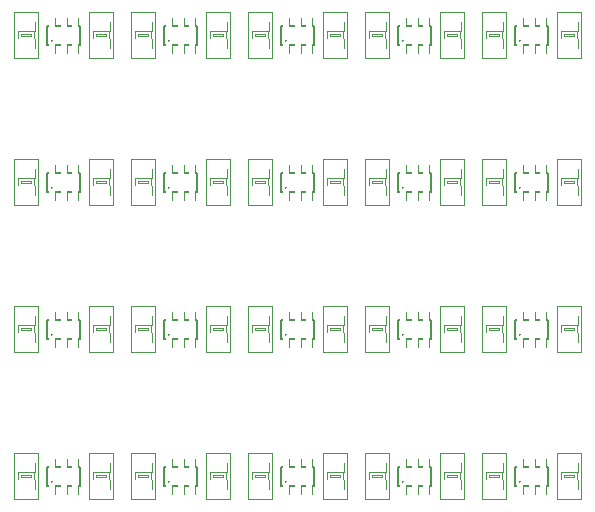
<source format=gto>
G04 (created by PCBNEW (2013-04-28 BZR 4117)-testing) date Mon 29 Apr 2013 06:53:22 PM CEST*
%MOIN*%
G04 Gerber Fmt 3.4, Leading zero omitted, Abs format*
%FSLAX34Y34*%
G01*
G70*
G90*
G04 APERTURE LIST*
%ADD10C,2.3622e-06*%
%ADD11C,0.0026*%
%ADD12C,0.002*%
%ADD13C,0.004*%
%ADD14C,0.006*%
%ADD15C,0.003*%
%ADD16R,0.059X0.0511*%
%ADD17R,0.0216X0.0472*%
%ADD18R,0.0709X0.0709*%
%ADD19C,0.0709*%
G04 APERTURE END LIST*
G54D10*
G54D11*
X28935Y-20729D02*
X28935Y-20434D01*
X28935Y-20434D02*
X28365Y-20434D01*
X28365Y-20729D02*
X28365Y-20434D01*
X28935Y-20729D02*
X28365Y-20729D01*
X28935Y-20160D02*
X28935Y-19865D01*
X28935Y-19865D02*
X28365Y-19865D01*
X28365Y-20160D02*
X28365Y-19865D01*
X28935Y-20160D02*
X28365Y-20160D01*
X28807Y-20339D02*
X28807Y-20261D01*
X28807Y-20261D02*
X28493Y-20261D01*
X28493Y-20339D02*
X28493Y-20261D01*
X28807Y-20339D02*
X28493Y-20339D01*
G54D12*
X28263Y-21076D02*
X28263Y-19524D01*
X29037Y-19524D02*
X29037Y-21076D01*
X29037Y-21076D02*
X28263Y-21076D01*
G54D13*
X28391Y-20450D02*
X28391Y-20150D01*
X28909Y-20440D02*
X28909Y-20150D01*
G54D12*
X28263Y-19524D02*
X29037Y-19524D01*
G54D11*
X31435Y-20729D02*
X31435Y-20434D01*
X31435Y-20434D02*
X30865Y-20434D01*
X30865Y-20729D02*
X30865Y-20434D01*
X31435Y-20729D02*
X30865Y-20729D01*
X31435Y-20160D02*
X31435Y-19865D01*
X31435Y-19865D02*
X30865Y-19865D01*
X30865Y-20160D02*
X30865Y-19865D01*
X31435Y-20160D02*
X30865Y-20160D01*
X31307Y-20339D02*
X31307Y-20261D01*
X31307Y-20261D02*
X30993Y-20261D01*
X30993Y-20339D02*
X30993Y-20261D01*
X31307Y-20339D02*
X30993Y-20339D01*
G54D12*
X30763Y-21076D02*
X30763Y-19524D01*
X31537Y-19524D02*
X31537Y-21076D01*
X31537Y-21076D02*
X30763Y-21076D01*
G54D13*
X30891Y-20450D02*
X30891Y-20150D01*
X31409Y-20440D02*
X31409Y-20150D01*
G54D12*
X30763Y-19524D02*
X31537Y-19524D01*
G54D11*
X29428Y-20890D02*
X29625Y-20890D01*
X29625Y-20890D02*
X29625Y-20634D01*
X29428Y-20634D02*
X29625Y-20634D01*
X29428Y-20890D02*
X29428Y-20634D01*
X29802Y-20890D02*
X29998Y-20890D01*
X29998Y-20890D02*
X29998Y-20634D01*
X29802Y-20634D02*
X29998Y-20634D01*
X29802Y-20890D02*
X29802Y-20634D01*
X30175Y-20890D02*
X30372Y-20890D01*
X30372Y-20890D02*
X30372Y-20634D01*
X30175Y-20634D02*
X30372Y-20634D01*
X30175Y-20890D02*
X30175Y-20634D01*
X30175Y-19966D02*
X30372Y-19966D01*
X30372Y-19966D02*
X30372Y-19710D01*
X30175Y-19710D02*
X30372Y-19710D01*
X30175Y-19966D02*
X30175Y-19710D01*
X29802Y-19966D02*
X29998Y-19966D01*
X29998Y-19966D02*
X29998Y-19710D01*
X29802Y-19710D02*
X29998Y-19710D01*
X29802Y-19966D02*
X29802Y-19710D01*
X29428Y-19966D02*
X29625Y-19966D01*
X29625Y-19966D02*
X29625Y-19710D01*
X29428Y-19710D02*
X29625Y-19710D01*
X29428Y-19966D02*
X29428Y-19710D01*
G54D14*
X30459Y-19982D02*
X30459Y-20618D01*
X30459Y-20618D02*
X29341Y-20618D01*
X29341Y-20618D02*
X29341Y-19982D01*
X29341Y-19982D02*
X30459Y-19982D01*
X29732Y-20618D02*
X29695Y-20618D01*
X30105Y-20618D02*
X30068Y-20618D01*
X29378Y-20618D02*
X29341Y-20618D01*
X30459Y-20618D02*
X30422Y-20618D01*
X30422Y-19982D02*
X30459Y-19982D01*
X29341Y-19982D02*
X29378Y-19982D01*
X30068Y-19982D02*
X30105Y-19982D01*
X29695Y-19982D02*
X29732Y-19982D01*
G54D15*
X29533Y-20477D02*
G75*
G03X29533Y-20477I-26J0D01*
G74*
G01*
G54D11*
X25528Y-20890D02*
X25725Y-20890D01*
X25725Y-20890D02*
X25725Y-20634D01*
X25528Y-20634D02*
X25725Y-20634D01*
X25528Y-20890D02*
X25528Y-20634D01*
X25902Y-20890D02*
X26098Y-20890D01*
X26098Y-20890D02*
X26098Y-20634D01*
X25902Y-20634D02*
X26098Y-20634D01*
X25902Y-20890D02*
X25902Y-20634D01*
X26275Y-20890D02*
X26472Y-20890D01*
X26472Y-20890D02*
X26472Y-20634D01*
X26275Y-20634D02*
X26472Y-20634D01*
X26275Y-20890D02*
X26275Y-20634D01*
X26275Y-19966D02*
X26472Y-19966D01*
X26472Y-19966D02*
X26472Y-19710D01*
X26275Y-19710D02*
X26472Y-19710D01*
X26275Y-19966D02*
X26275Y-19710D01*
X25902Y-19966D02*
X26098Y-19966D01*
X26098Y-19966D02*
X26098Y-19710D01*
X25902Y-19710D02*
X26098Y-19710D01*
X25902Y-19966D02*
X25902Y-19710D01*
X25528Y-19966D02*
X25725Y-19966D01*
X25725Y-19966D02*
X25725Y-19710D01*
X25528Y-19710D02*
X25725Y-19710D01*
X25528Y-19966D02*
X25528Y-19710D01*
G54D14*
X26559Y-19982D02*
X26559Y-20618D01*
X26559Y-20618D02*
X25441Y-20618D01*
X25441Y-20618D02*
X25441Y-19982D01*
X25441Y-19982D02*
X26559Y-19982D01*
X25832Y-20618D02*
X25795Y-20618D01*
X26205Y-20618D02*
X26168Y-20618D01*
X25478Y-20618D02*
X25441Y-20618D01*
X26559Y-20618D02*
X26522Y-20618D01*
X26522Y-19982D02*
X26559Y-19982D01*
X25441Y-19982D02*
X25478Y-19982D01*
X26168Y-19982D02*
X26205Y-19982D01*
X25795Y-19982D02*
X25832Y-19982D01*
G54D15*
X25633Y-20477D02*
G75*
G03X25633Y-20477I-26J0D01*
G74*
G01*
G54D11*
X27535Y-20729D02*
X27535Y-20434D01*
X27535Y-20434D02*
X26965Y-20434D01*
X26965Y-20729D02*
X26965Y-20434D01*
X27535Y-20729D02*
X26965Y-20729D01*
X27535Y-20160D02*
X27535Y-19865D01*
X27535Y-19865D02*
X26965Y-19865D01*
X26965Y-20160D02*
X26965Y-19865D01*
X27535Y-20160D02*
X26965Y-20160D01*
X27407Y-20339D02*
X27407Y-20261D01*
X27407Y-20261D02*
X27093Y-20261D01*
X27093Y-20339D02*
X27093Y-20261D01*
X27407Y-20339D02*
X27093Y-20339D01*
G54D12*
X26863Y-21076D02*
X26863Y-19524D01*
X27637Y-19524D02*
X27637Y-21076D01*
X27637Y-21076D02*
X26863Y-21076D01*
G54D13*
X26991Y-20450D02*
X26991Y-20150D01*
X27509Y-20440D02*
X27509Y-20150D01*
G54D12*
X26863Y-19524D02*
X27637Y-19524D01*
G54D11*
X25035Y-20729D02*
X25035Y-20434D01*
X25035Y-20434D02*
X24465Y-20434D01*
X24465Y-20729D02*
X24465Y-20434D01*
X25035Y-20729D02*
X24465Y-20729D01*
X25035Y-20160D02*
X25035Y-19865D01*
X25035Y-19865D02*
X24465Y-19865D01*
X24465Y-20160D02*
X24465Y-19865D01*
X25035Y-20160D02*
X24465Y-20160D01*
X24907Y-20339D02*
X24907Y-20261D01*
X24907Y-20261D02*
X24593Y-20261D01*
X24593Y-20339D02*
X24593Y-20261D01*
X24907Y-20339D02*
X24593Y-20339D01*
G54D12*
X24363Y-21076D02*
X24363Y-19524D01*
X25137Y-19524D02*
X25137Y-21076D01*
X25137Y-21076D02*
X24363Y-21076D01*
G54D13*
X24491Y-20450D02*
X24491Y-20150D01*
X25009Y-20440D02*
X25009Y-20150D01*
G54D12*
X24363Y-19524D02*
X25137Y-19524D01*
G54D11*
X17235Y-20729D02*
X17235Y-20434D01*
X17235Y-20434D02*
X16665Y-20434D01*
X16665Y-20729D02*
X16665Y-20434D01*
X17235Y-20729D02*
X16665Y-20729D01*
X17235Y-20160D02*
X17235Y-19865D01*
X17235Y-19865D02*
X16665Y-19865D01*
X16665Y-20160D02*
X16665Y-19865D01*
X17235Y-20160D02*
X16665Y-20160D01*
X17107Y-20339D02*
X17107Y-20261D01*
X17107Y-20261D02*
X16793Y-20261D01*
X16793Y-20339D02*
X16793Y-20261D01*
X17107Y-20339D02*
X16793Y-20339D01*
G54D12*
X16563Y-21076D02*
X16563Y-19524D01*
X17337Y-19524D02*
X17337Y-21076D01*
X17337Y-21076D02*
X16563Y-21076D01*
G54D13*
X16691Y-20450D02*
X16691Y-20150D01*
X17209Y-20440D02*
X17209Y-20150D01*
G54D12*
X16563Y-19524D02*
X17337Y-19524D01*
G54D11*
X19735Y-20729D02*
X19735Y-20434D01*
X19735Y-20434D02*
X19165Y-20434D01*
X19165Y-20729D02*
X19165Y-20434D01*
X19735Y-20729D02*
X19165Y-20729D01*
X19735Y-20160D02*
X19735Y-19865D01*
X19735Y-19865D02*
X19165Y-19865D01*
X19165Y-20160D02*
X19165Y-19865D01*
X19735Y-20160D02*
X19165Y-20160D01*
X19607Y-20339D02*
X19607Y-20261D01*
X19607Y-20261D02*
X19293Y-20261D01*
X19293Y-20339D02*
X19293Y-20261D01*
X19607Y-20339D02*
X19293Y-20339D01*
G54D12*
X19063Y-21076D02*
X19063Y-19524D01*
X19837Y-19524D02*
X19837Y-21076D01*
X19837Y-21076D02*
X19063Y-21076D01*
G54D13*
X19191Y-20450D02*
X19191Y-20150D01*
X19709Y-20440D02*
X19709Y-20150D01*
G54D12*
X19063Y-19524D02*
X19837Y-19524D01*
G54D11*
X17728Y-20890D02*
X17925Y-20890D01*
X17925Y-20890D02*
X17925Y-20634D01*
X17728Y-20634D02*
X17925Y-20634D01*
X17728Y-20890D02*
X17728Y-20634D01*
X18102Y-20890D02*
X18298Y-20890D01*
X18298Y-20890D02*
X18298Y-20634D01*
X18102Y-20634D02*
X18298Y-20634D01*
X18102Y-20890D02*
X18102Y-20634D01*
X18475Y-20890D02*
X18672Y-20890D01*
X18672Y-20890D02*
X18672Y-20634D01*
X18475Y-20634D02*
X18672Y-20634D01*
X18475Y-20890D02*
X18475Y-20634D01*
X18475Y-19966D02*
X18672Y-19966D01*
X18672Y-19966D02*
X18672Y-19710D01*
X18475Y-19710D02*
X18672Y-19710D01*
X18475Y-19966D02*
X18475Y-19710D01*
X18102Y-19966D02*
X18298Y-19966D01*
X18298Y-19966D02*
X18298Y-19710D01*
X18102Y-19710D02*
X18298Y-19710D01*
X18102Y-19966D02*
X18102Y-19710D01*
X17728Y-19966D02*
X17925Y-19966D01*
X17925Y-19966D02*
X17925Y-19710D01*
X17728Y-19710D02*
X17925Y-19710D01*
X17728Y-19966D02*
X17728Y-19710D01*
G54D14*
X18759Y-19982D02*
X18759Y-20618D01*
X18759Y-20618D02*
X17641Y-20618D01*
X17641Y-20618D02*
X17641Y-19982D01*
X17641Y-19982D02*
X18759Y-19982D01*
X18032Y-20618D02*
X17995Y-20618D01*
X18405Y-20618D02*
X18368Y-20618D01*
X17678Y-20618D02*
X17641Y-20618D01*
X18759Y-20618D02*
X18722Y-20618D01*
X18722Y-19982D02*
X18759Y-19982D01*
X17641Y-19982D02*
X17678Y-19982D01*
X18368Y-19982D02*
X18405Y-19982D01*
X17995Y-19982D02*
X18032Y-19982D01*
G54D15*
X17833Y-20477D02*
G75*
G03X17833Y-20477I-26J0D01*
G74*
G01*
G54D11*
X21628Y-20890D02*
X21825Y-20890D01*
X21825Y-20890D02*
X21825Y-20634D01*
X21628Y-20634D02*
X21825Y-20634D01*
X21628Y-20890D02*
X21628Y-20634D01*
X22002Y-20890D02*
X22198Y-20890D01*
X22198Y-20890D02*
X22198Y-20634D01*
X22002Y-20634D02*
X22198Y-20634D01*
X22002Y-20890D02*
X22002Y-20634D01*
X22375Y-20890D02*
X22572Y-20890D01*
X22572Y-20890D02*
X22572Y-20634D01*
X22375Y-20634D02*
X22572Y-20634D01*
X22375Y-20890D02*
X22375Y-20634D01*
X22375Y-19966D02*
X22572Y-19966D01*
X22572Y-19966D02*
X22572Y-19710D01*
X22375Y-19710D02*
X22572Y-19710D01*
X22375Y-19966D02*
X22375Y-19710D01*
X22002Y-19966D02*
X22198Y-19966D01*
X22198Y-19966D02*
X22198Y-19710D01*
X22002Y-19710D02*
X22198Y-19710D01*
X22002Y-19966D02*
X22002Y-19710D01*
X21628Y-19966D02*
X21825Y-19966D01*
X21825Y-19966D02*
X21825Y-19710D01*
X21628Y-19710D02*
X21825Y-19710D01*
X21628Y-19966D02*
X21628Y-19710D01*
G54D14*
X22659Y-19982D02*
X22659Y-20618D01*
X22659Y-20618D02*
X21541Y-20618D01*
X21541Y-20618D02*
X21541Y-19982D01*
X21541Y-19982D02*
X22659Y-19982D01*
X21932Y-20618D02*
X21895Y-20618D01*
X22305Y-20618D02*
X22268Y-20618D01*
X21578Y-20618D02*
X21541Y-20618D01*
X22659Y-20618D02*
X22622Y-20618D01*
X22622Y-19982D02*
X22659Y-19982D01*
X21541Y-19982D02*
X21578Y-19982D01*
X22268Y-19982D02*
X22305Y-19982D01*
X21895Y-19982D02*
X21932Y-19982D01*
G54D15*
X21733Y-20477D02*
G75*
G03X21733Y-20477I-26J0D01*
G74*
G01*
G54D11*
X23635Y-20729D02*
X23635Y-20434D01*
X23635Y-20434D02*
X23065Y-20434D01*
X23065Y-20729D02*
X23065Y-20434D01*
X23635Y-20729D02*
X23065Y-20729D01*
X23635Y-20160D02*
X23635Y-19865D01*
X23635Y-19865D02*
X23065Y-19865D01*
X23065Y-20160D02*
X23065Y-19865D01*
X23635Y-20160D02*
X23065Y-20160D01*
X23507Y-20339D02*
X23507Y-20261D01*
X23507Y-20261D02*
X23193Y-20261D01*
X23193Y-20339D02*
X23193Y-20261D01*
X23507Y-20339D02*
X23193Y-20339D01*
G54D12*
X22963Y-21076D02*
X22963Y-19524D01*
X23737Y-19524D02*
X23737Y-21076D01*
X23737Y-21076D02*
X22963Y-21076D01*
G54D13*
X23091Y-20450D02*
X23091Y-20150D01*
X23609Y-20440D02*
X23609Y-20150D01*
G54D12*
X22963Y-19524D02*
X23737Y-19524D01*
G54D11*
X21135Y-20729D02*
X21135Y-20434D01*
X21135Y-20434D02*
X20565Y-20434D01*
X20565Y-20729D02*
X20565Y-20434D01*
X21135Y-20729D02*
X20565Y-20729D01*
X21135Y-20160D02*
X21135Y-19865D01*
X21135Y-19865D02*
X20565Y-19865D01*
X20565Y-20160D02*
X20565Y-19865D01*
X21135Y-20160D02*
X20565Y-20160D01*
X21007Y-20339D02*
X21007Y-20261D01*
X21007Y-20261D02*
X20693Y-20261D01*
X20693Y-20339D02*
X20693Y-20261D01*
X21007Y-20339D02*
X20693Y-20339D01*
G54D12*
X20463Y-21076D02*
X20463Y-19524D01*
X21237Y-19524D02*
X21237Y-21076D01*
X21237Y-21076D02*
X20463Y-21076D01*
G54D13*
X20591Y-20450D02*
X20591Y-20150D01*
X21109Y-20440D02*
X21109Y-20150D01*
G54D12*
X20463Y-19524D02*
X21237Y-19524D01*
G54D11*
X33328Y-20890D02*
X33525Y-20890D01*
X33525Y-20890D02*
X33525Y-20634D01*
X33328Y-20634D02*
X33525Y-20634D01*
X33328Y-20890D02*
X33328Y-20634D01*
X33702Y-20890D02*
X33898Y-20890D01*
X33898Y-20890D02*
X33898Y-20634D01*
X33702Y-20634D02*
X33898Y-20634D01*
X33702Y-20890D02*
X33702Y-20634D01*
X34075Y-20890D02*
X34272Y-20890D01*
X34272Y-20890D02*
X34272Y-20634D01*
X34075Y-20634D02*
X34272Y-20634D01*
X34075Y-20890D02*
X34075Y-20634D01*
X34075Y-19966D02*
X34272Y-19966D01*
X34272Y-19966D02*
X34272Y-19710D01*
X34075Y-19710D02*
X34272Y-19710D01*
X34075Y-19966D02*
X34075Y-19710D01*
X33702Y-19966D02*
X33898Y-19966D01*
X33898Y-19966D02*
X33898Y-19710D01*
X33702Y-19710D02*
X33898Y-19710D01*
X33702Y-19966D02*
X33702Y-19710D01*
X33328Y-19966D02*
X33525Y-19966D01*
X33525Y-19966D02*
X33525Y-19710D01*
X33328Y-19710D02*
X33525Y-19710D01*
X33328Y-19966D02*
X33328Y-19710D01*
G54D14*
X34359Y-19982D02*
X34359Y-20618D01*
X34359Y-20618D02*
X33241Y-20618D01*
X33241Y-20618D02*
X33241Y-19982D01*
X33241Y-19982D02*
X34359Y-19982D01*
X33632Y-20618D02*
X33595Y-20618D01*
X34005Y-20618D02*
X33968Y-20618D01*
X33278Y-20618D02*
X33241Y-20618D01*
X34359Y-20618D02*
X34322Y-20618D01*
X34322Y-19982D02*
X34359Y-19982D01*
X33241Y-19982D02*
X33278Y-19982D01*
X33968Y-19982D02*
X34005Y-19982D01*
X33595Y-19982D02*
X33632Y-19982D01*
G54D15*
X33433Y-20477D02*
G75*
G03X33433Y-20477I-26J0D01*
G74*
G01*
G54D11*
X35335Y-20729D02*
X35335Y-20434D01*
X35335Y-20434D02*
X34765Y-20434D01*
X34765Y-20729D02*
X34765Y-20434D01*
X35335Y-20729D02*
X34765Y-20729D01*
X35335Y-20160D02*
X35335Y-19865D01*
X35335Y-19865D02*
X34765Y-19865D01*
X34765Y-20160D02*
X34765Y-19865D01*
X35335Y-20160D02*
X34765Y-20160D01*
X35207Y-20339D02*
X35207Y-20261D01*
X35207Y-20261D02*
X34893Y-20261D01*
X34893Y-20339D02*
X34893Y-20261D01*
X35207Y-20339D02*
X34893Y-20339D01*
G54D12*
X34663Y-21076D02*
X34663Y-19524D01*
X35437Y-19524D02*
X35437Y-21076D01*
X35437Y-21076D02*
X34663Y-21076D01*
G54D13*
X34791Y-20450D02*
X34791Y-20150D01*
X35309Y-20440D02*
X35309Y-20150D01*
G54D12*
X34663Y-19524D02*
X35437Y-19524D01*
G54D11*
X32835Y-20729D02*
X32835Y-20434D01*
X32835Y-20434D02*
X32265Y-20434D01*
X32265Y-20729D02*
X32265Y-20434D01*
X32835Y-20729D02*
X32265Y-20729D01*
X32835Y-20160D02*
X32835Y-19865D01*
X32835Y-19865D02*
X32265Y-19865D01*
X32265Y-20160D02*
X32265Y-19865D01*
X32835Y-20160D02*
X32265Y-20160D01*
X32707Y-20339D02*
X32707Y-20261D01*
X32707Y-20261D02*
X32393Y-20261D01*
X32393Y-20339D02*
X32393Y-20261D01*
X32707Y-20339D02*
X32393Y-20339D01*
G54D12*
X32163Y-21076D02*
X32163Y-19524D01*
X32937Y-19524D02*
X32937Y-21076D01*
X32937Y-21076D02*
X32163Y-21076D01*
G54D13*
X32291Y-20450D02*
X32291Y-20150D01*
X32809Y-20440D02*
X32809Y-20150D01*
G54D12*
X32163Y-19524D02*
X32937Y-19524D01*
G54D11*
X32835Y-15829D02*
X32835Y-15534D01*
X32835Y-15534D02*
X32265Y-15534D01*
X32265Y-15829D02*
X32265Y-15534D01*
X32835Y-15829D02*
X32265Y-15829D01*
X32835Y-15260D02*
X32835Y-14965D01*
X32835Y-14965D02*
X32265Y-14965D01*
X32265Y-15260D02*
X32265Y-14965D01*
X32835Y-15260D02*
X32265Y-15260D01*
X32707Y-15439D02*
X32707Y-15361D01*
X32707Y-15361D02*
X32393Y-15361D01*
X32393Y-15439D02*
X32393Y-15361D01*
X32707Y-15439D02*
X32393Y-15439D01*
G54D12*
X32163Y-16176D02*
X32163Y-14624D01*
X32937Y-14624D02*
X32937Y-16176D01*
X32937Y-16176D02*
X32163Y-16176D01*
G54D13*
X32291Y-15550D02*
X32291Y-15250D01*
X32809Y-15540D02*
X32809Y-15250D01*
G54D12*
X32163Y-14624D02*
X32937Y-14624D01*
G54D11*
X35335Y-15829D02*
X35335Y-15534D01*
X35335Y-15534D02*
X34765Y-15534D01*
X34765Y-15829D02*
X34765Y-15534D01*
X35335Y-15829D02*
X34765Y-15829D01*
X35335Y-15260D02*
X35335Y-14965D01*
X35335Y-14965D02*
X34765Y-14965D01*
X34765Y-15260D02*
X34765Y-14965D01*
X35335Y-15260D02*
X34765Y-15260D01*
X35207Y-15439D02*
X35207Y-15361D01*
X35207Y-15361D02*
X34893Y-15361D01*
X34893Y-15439D02*
X34893Y-15361D01*
X35207Y-15439D02*
X34893Y-15439D01*
G54D12*
X34663Y-16176D02*
X34663Y-14624D01*
X35437Y-14624D02*
X35437Y-16176D01*
X35437Y-16176D02*
X34663Y-16176D01*
G54D13*
X34791Y-15550D02*
X34791Y-15250D01*
X35309Y-15540D02*
X35309Y-15250D01*
G54D12*
X34663Y-14624D02*
X35437Y-14624D01*
G54D11*
X33328Y-15990D02*
X33525Y-15990D01*
X33525Y-15990D02*
X33525Y-15734D01*
X33328Y-15734D02*
X33525Y-15734D01*
X33328Y-15990D02*
X33328Y-15734D01*
X33702Y-15990D02*
X33898Y-15990D01*
X33898Y-15990D02*
X33898Y-15734D01*
X33702Y-15734D02*
X33898Y-15734D01*
X33702Y-15990D02*
X33702Y-15734D01*
X34075Y-15990D02*
X34272Y-15990D01*
X34272Y-15990D02*
X34272Y-15734D01*
X34075Y-15734D02*
X34272Y-15734D01*
X34075Y-15990D02*
X34075Y-15734D01*
X34075Y-15066D02*
X34272Y-15066D01*
X34272Y-15066D02*
X34272Y-14810D01*
X34075Y-14810D02*
X34272Y-14810D01*
X34075Y-15066D02*
X34075Y-14810D01*
X33702Y-15066D02*
X33898Y-15066D01*
X33898Y-15066D02*
X33898Y-14810D01*
X33702Y-14810D02*
X33898Y-14810D01*
X33702Y-15066D02*
X33702Y-14810D01*
X33328Y-15066D02*
X33525Y-15066D01*
X33525Y-15066D02*
X33525Y-14810D01*
X33328Y-14810D02*
X33525Y-14810D01*
X33328Y-15066D02*
X33328Y-14810D01*
G54D14*
X34359Y-15082D02*
X34359Y-15718D01*
X34359Y-15718D02*
X33241Y-15718D01*
X33241Y-15718D02*
X33241Y-15082D01*
X33241Y-15082D02*
X34359Y-15082D01*
X33632Y-15718D02*
X33595Y-15718D01*
X34005Y-15718D02*
X33968Y-15718D01*
X33278Y-15718D02*
X33241Y-15718D01*
X34359Y-15718D02*
X34322Y-15718D01*
X34322Y-15082D02*
X34359Y-15082D01*
X33241Y-15082D02*
X33278Y-15082D01*
X33968Y-15082D02*
X34005Y-15082D01*
X33595Y-15082D02*
X33632Y-15082D01*
G54D15*
X33433Y-15577D02*
G75*
G03X33433Y-15577I-26J0D01*
G74*
G01*
G54D11*
X21135Y-15829D02*
X21135Y-15534D01*
X21135Y-15534D02*
X20565Y-15534D01*
X20565Y-15829D02*
X20565Y-15534D01*
X21135Y-15829D02*
X20565Y-15829D01*
X21135Y-15260D02*
X21135Y-14965D01*
X21135Y-14965D02*
X20565Y-14965D01*
X20565Y-15260D02*
X20565Y-14965D01*
X21135Y-15260D02*
X20565Y-15260D01*
X21007Y-15439D02*
X21007Y-15361D01*
X21007Y-15361D02*
X20693Y-15361D01*
X20693Y-15439D02*
X20693Y-15361D01*
X21007Y-15439D02*
X20693Y-15439D01*
G54D12*
X20463Y-16176D02*
X20463Y-14624D01*
X21237Y-14624D02*
X21237Y-16176D01*
X21237Y-16176D02*
X20463Y-16176D01*
G54D13*
X20591Y-15550D02*
X20591Y-15250D01*
X21109Y-15540D02*
X21109Y-15250D01*
G54D12*
X20463Y-14624D02*
X21237Y-14624D01*
G54D11*
X23635Y-15829D02*
X23635Y-15534D01*
X23635Y-15534D02*
X23065Y-15534D01*
X23065Y-15829D02*
X23065Y-15534D01*
X23635Y-15829D02*
X23065Y-15829D01*
X23635Y-15260D02*
X23635Y-14965D01*
X23635Y-14965D02*
X23065Y-14965D01*
X23065Y-15260D02*
X23065Y-14965D01*
X23635Y-15260D02*
X23065Y-15260D01*
X23507Y-15439D02*
X23507Y-15361D01*
X23507Y-15361D02*
X23193Y-15361D01*
X23193Y-15439D02*
X23193Y-15361D01*
X23507Y-15439D02*
X23193Y-15439D01*
G54D12*
X22963Y-16176D02*
X22963Y-14624D01*
X23737Y-14624D02*
X23737Y-16176D01*
X23737Y-16176D02*
X22963Y-16176D01*
G54D13*
X23091Y-15550D02*
X23091Y-15250D01*
X23609Y-15540D02*
X23609Y-15250D01*
G54D12*
X22963Y-14624D02*
X23737Y-14624D01*
G54D11*
X21628Y-15990D02*
X21825Y-15990D01*
X21825Y-15990D02*
X21825Y-15734D01*
X21628Y-15734D02*
X21825Y-15734D01*
X21628Y-15990D02*
X21628Y-15734D01*
X22002Y-15990D02*
X22198Y-15990D01*
X22198Y-15990D02*
X22198Y-15734D01*
X22002Y-15734D02*
X22198Y-15734D01*
X22002Y-15990D02*
X22002Y-15734D01*
X22375Y-15990D02*
X22572Y-15990D01*
X22572Y-15990D02*
X22572Y-15734D01*
X22375Y-15734D02*
X22572Y-15734D01*
X22375Y-15990D02*
X22375Y-15734D01*
X22375Y-15066D02*
X22572Y-15066D01*
X22572Y-15066D02*
X22572Y-14810D01*
X22375Y-14810D02*
X22572Y-14810D01*
X22375Y-15066D02*
X22375Y-14810D01*
X22002Y-15066D02*
X22198Y-15066D01*
X22198Y-15066D02*
X22198Y-14810D01*
X22002Y-14810D02*
X22198Y-14810D01*
X22002Y-15066D02*
X22002Y-14810D01*
X21628Y-15066D02*
X21825Y-15066D01*
X21825Y-15066D02*
X21825Y-14810D01*
X21628Y-14810D02*
X21825Y-14810D01*
X21628Y-15066D02*
X21628Y-14810D01*
G54D14*
X22659Y-15082D02*
X22659Y-15718D01*
X22659Y-15718D02*
X21541Y-15718D01*
X21541Y-15718D02*
X21541Y-15082D01*
X21541Y-15082D02*
X22659Y-15082D01*
X21932Y-15718D02*
X21895Y-15718D01*
X22305Y-15718D02*
X22268Y-15718D01*
X21578Y-15718D02*
X21541Y-15718D01*
X22659Y-15718D02*
X22622Y-15718D01*
X22622Y-15082D02*
X22659Y-15082D01*
X21541Y-15082D02*
X21578Y-15082D01*
X22268Y-15082D02*
X22305Y-15082D01*
X21895Y-15082D02*
X21932Y-15082D01*
G54D15*
X21733Y-15577D02*
G75*
G03X21733Y-15577I-26J0D01*
G74*
G01*
G54D11*
X17728Y-15990D02*
X17925Y-15990D01*
X17925Y-15990D02*
X17925Y-15734D01*
X17728Y-15734D02*
X17925Y-15734D01*
X17728Y-15990D02*
X17728Y-15734D01*
X18102Y-15990D02*
X18298Y-15990D01*
X18298Y-15990D02*
X18298Y-15734D01*
X18102Y-15734D02*
X18298Y-15734D01*
X18102Y-15990D02*
X18102Y-15734D01*
X18475Y-15990D02*
X18672Y-15990D01*
X18672Y-15990D02*
X18672Y-15734D01*
X18475Y-15734D02*
X18672Y-15734D01*
X18475Y-15990D02*
X18475Y-15734D01*
X18475Y-15066D02*
X18672Y-15066D01*
X18672Y-15066D02*
X18672Y-14810D01*
X18475Y-14810D02*
X18672Y-14810D01*
X18475Y-15066D02*
X18475Y-14810D01*
X18102Y-15066D02*
X18298Y-15066D01*
X18298Y-15066D02*
X18298Y-14810D01*
X18102Y-14810D02*
X18298Y-14810D01*
X18102Y-15066D02*
X18102Y-14810D01*
X17728Y-15066D02*
X17925Y-15066D01*
X17925Y-15066D02*
X17925Y-14810D01*
X17728Y-14810D02*
X17925Y-14810D01*
X17728Y-15066D02*
X17728Y-14810D01*
G54D14*
X18759Y-15082D02*
X18759Y-15718D01*
X18759Y-15718D02*
X17641Y-15718D01*
X17641Y-15718D02*
X17641Y-15082D01*
X17641Y-15082D02*
X18759Y-15082D01*
X18032Y-15718D02*
X17995Y-15718D01*
X18405Y-15718D02*
X18368Y-15718D01*
X17678Y-15718D02*
X17641Y-15718D01*
X18759Y-15718D02*
X18722Y-15718D01*
X18722Y-15082D02*
X18759Y-15082D01*
X17641Y-15082D02*
X17678Y-15082D01*
X18368Y-15082D02*
X18405Y-15082D01*
X17995Y-15082D02*
X18032Y-15082D01*
G54D15*
X17833Y-15577D02*
G75*
G03X17833Y-15577I-26J0D01*
G74*
G01*
G54D11*
X19735Y-15829D02*
X19735Y-15534D01*
X19735Y-15534D02*
X19165Y-15534D01*
X19165Y-15829D02*
X19165Y-15534D01*
X19735Y-15829D02*
X19165Y-15829D01*
X19735Y-15260D02*
X19735Y-14965D01*
X19735Y-14965D02*
X19165Y-14965D01*
X19165Y-15260D02*
X19165Y-14965D01*
X19735Y-15260D02*
X19165Y-15260D01*
X19607Y-15439D02*
X19607Y-15361D01*
X19607Y-15361D02*
X19293Y-15361D01*
X19293Y-15439D02*
X19293Y-15361D01*
X19607Y-15439D02*
X19293Y-15439D01*
G54D12*
X19063Y-16176D02*
X19063Y-14624D01*
X19837Y-14624D02*
X19837Y-16176D01*
X19837Y-16176D02*
X19063Y-16176D01*
G54D13*
X19191Y-15550D02*
X19191Y-15250D01*
X19709Y-15540D02*
X19709Y-15250D01*
G54D12*
X19063Y-14624D02*
X19837Y-14624D01*
G54D11*
X17235Y-15829D02*
X17235Y-15534D01*
X17235Y-15534D02*
X16665Y-15534D01*
X16665Y-15829D02*
X16665Y-15534D01*
X17235Y-15829D02*
X16665Y-15829D01*
X17235Y-15260D02*
X17235Y-14965D01*
X17235Y-14965D02*
X16665Y-14965D01*
X16665Y-15260D02*
X16665Y-14965D01*
X17235Y-15260D02*
X16665Y-15260D01*
X17107Y-15439D02*
X17107Y-15361D01*
X17107Y-15361D02*
X16793Y-15361D01*
X16793Y-15439D02*
X16793Y-15361D01*
X17107Y-15439D02*
X16793Y-15439D01*
G54D12*
X16563Y-16176D02*
X16563Y-14624D01*
X17337Y-14624D02*
X17337Y-16176D01*
X17337Y-16176D02*
X16563Y-16176D01*
G54D13*
X16691Y-15550D02*
X16691Y-15250D01*
X17209Y-15540D02*
X17209Y-15250D01*
G54D12*
X16563Y-14624D02*
X17337Y-14624D01*
G54D11*
X25035Y-15829D02*
X25035Y-15534D01*
X25035Y-15534D02*
X24465Y-15534D01*
X24465Y-15829D02*
X24465Y-15534D01*
X25035Y-15829D02*
X24465Y-15829D01*
X25035Y-15260D02*
X25035Y-14965D01*
X25035Y-14965D02*
X24465Y-14965D01*
X24465Y-15260D02*
X24465Y-14965D01*
X25035Y-15260D02*
X24465Y-15260D01*
X24907Y-15439D02*
X24907Y-15361D01*
X24907Y-15361D02*
X24593Y-15361D01*
X24593Y-15439D02*
X24593Y-15361D01*
X24907Y-15439D02*
X24593Y-15439D01*
G54D12*
X24363Y-16176D02*
X24363Y-14624D01*
X25137Y-14624D02*
X25137Y-16176D01*
X25137Y-16176D02*
X24363Y-16176D01*
G54D13*
X24491Y-15550D02*
X24491Y-15250D01*
X25009Y-15540D02*
X25009Y-15250D01*
G54D12*
X24363Y-14624D02*
X25137Y-14624D01*
G54D11*
X27535Y-15829D02*
X27535Y-15534D01*
X27535Y-15534D02*
X26965Y-15534D01*
X26965Y-15829D02*
X26965Y-15534D01*
X27535Y-15829D02*
X26965Y-15829D01*
X27535Y-15260D02*
X27535Y-14965D01*
X27535Y-14965D02*
X26965Y-14965D01*
X26965Y-15260D02*
X26965Y-14965D01*
X27535Y-15260D02*
X26965Y-15260D01*
X27407Y-15439D02*
X27407Y-15361D01*
X27407Y-15361D02*
X27093Y-15361D01*
X27093Y-15439D02*
X27093Y-15361D01*
X27407Y-15439D02*
X27093Y-15439D01*
G54D12*
X26863Y-16176D02*
X26863Y-14624D01*
X27637Y-14624D02*
X27637Y-16176D01*
X27637Y-16176D02*
X26863Y-16176D01*
G54D13*
X26991Y-15550D02*
X26991Y-15250D01*
X27509Y-15540D02*
X27509Y-15250D01*
G54D12*
X26863Y-14624D02*
X27637Y-14624D01*
G54D11*
X25528Y-15990D02*
X25725Y-15990D01*
X25725Y-15990D02*
X25725Y-15734D01*
X25528Y-15734D02*
X25725Y-15734D01*
X25528Y-15990D02*
X25528Y-15734D01*
X25902Y-15990D02*
X26098Y-15990D01*
X26098Y-15990D02*
X26098Y-15734D01*
X25902Y-15734D02*
X26098Y-15734D01*
X25902Y-15990D02*
X25902Y-15734D01*
X26275Y-15990D02*
X26472Y-15990D01*
X26472Y-15990D02*
X26472Y-15734D01*
X26275Y-15734D02*
X26472Y-15734D01*
X26275Y-15990D02*
X26275Y-15734D01*
X26275Y-15066D02*
X26472Y-15066D01*
X26472Y-15066D02*
X26472Y-14810D01*
X26275Y-14810D02*
X26472Y-14810D01*
X26275Y-15066D02*
X26275Y-14810D01*
X25902Y-15066D02*
X26098Y-15066D01*
X26098Y-15066D02*
X26098Y-14810D01*
X25902Y-14810D02*
X26098Y-14810D01*
X25902Y-15066D02*
X25902Y-14810D01*
X25528Y-15066D02*
X25725Y-15066D01*
X25725Y-15066D02*
X25725Y-14810D01*
X25528Y-14810D02*
X25725Y-14810D01*
X25528Y-15066D02*
X25528Y-14810D01*
G54D14*
X26559Y-15082D02*
X26559Y-15718D01*
X26559Y-15718D02*
X25441Y-15718D01*
X25441Y-15718D02*
X25441Y-15082D01*
X25441Y-15082D02*
X26559Y-15082D01*
X25832Y-15718D02*
X25795Y-15718D01*
X26205Y-15718D02*
X26168Y-15718D01*
X25478Y-15718D02*
X25441Y-15718D01*
X26559Y-15718D02*
X26522Y-15718D01*
X26522Y-15082D02*
X26559Y-15082D01*
X25441Y-15082D02*
X25478Y-15082D01*
X26168Y-15082D02*
X26205Y-15082D01*
X25795Y-15082D02*
X25832Y-15082D01*
G54D15*
X25633Y-15577D02*
G75*
G03X25633Y-15577I-26J0D01*
G74*
G01*
G54D11*
X29428Y-15990D02*
X29625Y-15990D01*
X29625Y-15990D02*
X29625Y-15734D01*
X29428Y-15734D02*
X29625Y-15734D01*
X29428Y-15990D02*
X29428Y-15734D01*
X29802Y-15990D02*
X29998Y-15990D01*
X29998Y-15990D02*
X29998Y-15734D01*
X29802Y-15734D02*
X29998Y-15734D01*
X29802Y-15990D02*
X29802Y-15734D01*
X30175Y-15990D02*
X30372Y-15990D01*
X30372Y-15990D02*
X30372Y-15734D01*
X30175Y-15734D02*
X30372Y-15734D01*
X30175Y-15990D02*
X30175Y-15734D01*
X30175Y-15066D02*
X30372Y-15066D01*
X30372Y-15066D02*
X30372Y-14810D01*
X30175Y-14810D02*
X30372Y-14810D01*
X30175Y-15066D02*
X30175Y-14810D01*
X29802Y-15066D02*
X29998Y-15066D01*
X29998Y-15066D02*
X29998Y-14810D01*
X29802Y-14810D02*
X29998Y-14810D01*
X29802Y-15066D02*
X29802Y-14810D01*
X29428Y-15066D02*
X29625Y-15066D01*
X29625Y-15066D02*
X29625Y-14810D01*
X29428Y-14810D02*
X29625Y-14810D01*
X29428Y-15066D02*
X29428Y-14810D01*
G54D14*
X30459Y-15082D02*
X30459Y-15718D01*
X30459Y-15718D02*
X29341Y-15718D01*
X29341Y-15718D02*
X29341Y-15082D01*
X29341Y-15082D02*
X30459Y-15082D01*
X29732Y-15718D02*
X29695Y-15718D01*
X30105Y-15718D02*
X30068Y-15718D01*
X29378Y-15718D02*
X29341Y-15718D01*
X30459Y-15718D02*
X30422Y-15718D01*
X30422Y-15082D02*
X30459Y-15082D01*
X29341Y-15082D02*
X29378Y-15082D01*
X30068Y-15082D02*
X30105Y-15082D01*
X29695Y-15082D02*
X29732Y-15082D01*
G54D15*
X29533Y-15577D02*
G75*
G03X29533Y-15577I-26J0D01*
G74*
G01*
G54D11*
X31435Y-15829D02*
X31435Y-15534D01*
X31435Y-15534D02*
X30865Y-15534D01*
X30865Y-15829D02*
X30865Y-15534D01*
X31435Y-15829D02*
X30865Y-15829D01*
X31435Y-15260D02*
X31435Y-14965D01*
X31435Y-14965D02*
X30865Y-14965D01*
X30865Y-15260D02*
X30865Y-14965D01*
X31435Y-15260D02*
X30865Y-15260D01*
X31307Y-15439D02*
X31307Y-15361D01*
X31307Y-15361D02*
X30993Y-15361D01*
X30993Y-15439D02*
X30993Y-15361D01*
X31307Y-15439D02*
X30993Y-15439D01*
G54D12*
X30763Y-16176D02*
X30763Y-14624D01*
X31537Y-14624D02*
X31537Y-16176D01*
X31537Y-16176D02*
X30763Y-16176D01*
G54D13*
X30891Y-15550D02*
X30891Y-15250D01*
X31409Y-15540D02*
X31409Y-15250D01*
G54D12*
X30763Y-14624D02*
X31537Y-14624D01*
G54D11*
X28935Y-15829D02*
X28935Y-15534D01*
X28935Y-15534D02*
X28365Y-15534D01*
X28365Y-15829D02*
X28365Y-15534D01*
X28935Y-15829D02*
X28365Y-15829D01*
X28935Y-15260D02*
X28935Y-14965D01*
X28935Y-14965D02*
X28365Y-14965D01*
X28365Y-15260D02*
X28365Y-14965D01*
X28935Y-15260D02*
X28365Y-15260D01*
X28807Y-15439D02*
X28807Y-15361D01*
X28807Y-15361D02*
X28493Y-15361D01*
X28493Y-15439D02*
X28493Y-15361D01*
X28807Y-15439D02*
X28493Y-15439D01*
G54D12*
X28263Y-16176D02*
X28263Y-14624D01*
X29037Y-14624D02*
X29037Y-16176D01*
X29037Y-16176D02*
X28263Y-16176D01*
G54D13*
X28391Y-15550D02*
X28391Y-15250D01*
X28909Y-15540D02*
X28909Y-15250D01*
G54D12*
X28263Y-14624D02*
X29037Y-14624D01*
G54D11*
X28935Y-25629D02*
X28935Y-25334D01*
X28935Y-25334D02*
X28365Y-25334D01*
X28365Y-25629D02*
X28365Y-25334D01*
X28935Y-25629D02*
X28365Y-25629D01*
X28935Y-25060D02*
X28935Y-24765D01*
X28935Y-24765D02*
X28365Y-24765D01*
X28365Y-25060D02*
X28365Y-24765D01*
X28935Y-25060D02*
X28365Y-25060D01*
X28807Y-25239D02*
X28807Y-25161D01*
X28807Y-25161D02*
X28493Y-25161D01*
X28493Y-25239D02*
X28493Y-25161D01*
X28807Y-25239D02*
X28493Y-25239D01*
G54D12*
X28263Y-25976D02*
X28263Y-24424D01*
X29037Y-24424D02*
X29037Y-25976D01*
X29037Y-25976D02*
X28263Y-25976D01*
G54D13*
X28391Y-25350D02*
X28391Y-25050D01*
X28909Y-25340D02*
X28909Y-25050D01*
G54D12*
X28263Y-24424D02*
X29037Y-24424D01*
G54D11*
X31435Y-25629D02*
X31435Y-25334D01*
X31435Y-25334D02*
X30865Y-25334D01*
X30865Y-25629D02*
X30865Y-25334D01*
X31435Y-25629D02*
X30865Y-25629D01*
X31435Y-25060D02*
X31435Y-24765D01*
X31435Y-24765D02*
X30865Y-24765D01*
X30865Y-25060D02*
X30865Y-24765D01*
X31435Y-25060D02*
X30865Y-25060D01*
X31307Y-25239D02*
X31307Y-25161D01*
X31307Y-25161D02*
X30993Y-25161D01*
X30993Y-25239D02*
X30993Y-25161D01*
X31307Y-25239D02*
X30993Y-25239D01*
G54D12*
X30763Y-25976D02*
X30763Y-24424D01*
X31537Y-24424D02*
X31537Y-25976D01*
X31537Y-25976D02*
X30763Y-25976D01*
G54D13*
X30891Y-25350D02*
X30891Y-25050D01*
X31409Y-25340D02*
X31409Y-25050D01*
G54D12*
X30763Y-24424D02*
X31537Y-24424D01*
G54D11*
X29428Y-25790D02*
X29625Y-25790D01*
X29625Y-25790D02*
X29625Y-25534D01*
X29428Y-25534D02*
X29625Y-25534D01*
X29428Y-25790D02*
X29428Y-25534D01*
X29802Y-25790D02*
X29998Y-25790D01*
X29998Y-25790D02*
X29998Y-25534D01*
X29802Y-25534D02*
X29998Y-25534D01*
X29802Y-25790D02*
X29802Y-25534D01*
X30175Y-25790D02*
X30372Y-25790D01*
X30372Y-25790D02*
X30372Y-25534D01*
X30175Y-25534D02*
X30372Y-25534D01*
X30175Y-25790D02*
X30175Y-25534D01*
X30175Y-24866D02*
X30372Y-24866D01*
X30372Y-24866D02*
X30372Y-24610D01*
X30175Y-24610D02*
X30372Y-24610D01*
X30175Y-24866D02*
X30175Y-24610D01*
X29802Y-24866D02*
X29998Y-24866D01*
X29998Y-24866D02*
X29998Y-24610D01*
X29802Y-24610D02*
X29998Y-24610D01*
X29802Y-24866D02*
X29802Y-24610D01*
X29428Y-24866D02*
X29625Y-24866D01*
X29625Y-24866D02*
X29625Y-24610D01*
X29428Y-24610D02*
X29625Y-24610D01*
X29428Y-24866D02*
X29428Y-24610D01*
G54D14*
X30459Y-24882D02*
X30459Y-25518D01*
X30459Y-25518D02*
X29341Y-25518D01*
X29341Y-25518D02*
X29341Y-24882D01*
X29341Y-24882D02*
X30459Y-24882D01*
X29732Y-25518D02*
X29695Y-25518D01*
X30105Y-25518D02*
X30068Y-25518D01*
X29378Y-25518D02*
X29341Y-25518D01*
X30459Y-25518D02*
X30422Y-25518D01*
X30422Y-24882D02*
X30459Y-24882D01*
X29341Y-24882D02*
X29378Y-24882D01*
X30068Y-24882D02*
X30105Y-24882D01*
X29695Y-24882D02*
X29732Y-24882D01*
G54D15*
X29533Y-25377D02*
G75*
G03X29533Y-25377I-26J0D01*
G74*
G01*
G54D11*
X25528Y-25790D02*
X25725Y-25790D01*
X25725Y-25790D02*
X25725Y-25534D01*
X25528Y-25534D02*
X25725Y-25534D01*
X25528Y-25790D02*
X25528Y-25534D01*
X25902Y-25790D02*
X26098Y-25790D01*
X26098Y-25790D02*
X26098Y-25534D01*
X25902Y-25534D02*
X26098Y-25534D01*
X25902Y-25790D02*
X25902Y-25534D01*
X26275Y-25790D02*
X26472Y-25790D01*
X26472Y-25790D02*
X26472Y-25534D01*
X26275Y-25534D02*
X26472Y-25534D01*
X26275Y-25790D02*
X26275Y-25534D01*
X26275Y-24866D02*
X26472Y-24866D01*
X26472Y-24866D02*
X26472Y-24610D01*
X26275Y-24610D02*
X26472Y-24610D01*
X26275Y-24866D02*
X26275Y-24610D01*
X25902Y-24866D02*
X26098Y-24866D01*
X26098Y-24866D02*
X26098Y-24610D01*
X25902Y-24610D02*
X26098Y-24610D01*
X25902Y-24866D02*
X25902Y-24610D01*
X25528Y-24866D02*
X25725Y-24866D01*
X25725Y-24866D02*
X25725Y-24610D01*
X25528Y-24610D02*
X25725Y-24610D01*
X25528Y-24866D02*
X25528Y-24610D01*
G54D14*
X26559Y-24882D02*
X26559Y-25518D01*
X26559Y-25518D02*
X25441Y-25518D01*
X25441Y-25518D02*
X25441Y-24882D01*
X25441Y-24882D02*
X26559Y-24882D01*
X25832Y-25518D02*
X25795Y-25518D01*
X26205Y-25518D02*
X26168Y-25518D01*
X25478Y-25518D02*
X25441Y-25518D01*
X26559Y-25518D02*
X26522Y-25518D01*
X26522Y-24882D02*
X26559Y-24882D01*
X25441Y-24882D02*
X25478Y-24882D01*
X26168Y-24882D02*
X26205Y-24882D01*
X25795Y-24882D02*
X25832Y-24882D01*
G54D15*
X25633Y-25377D02*
G75*
G03X25633Y-25377I-26J0D01*
G74*
G01*
G54D11*
X27535Y-25629D02*
X27535Y-25334D01*
X27535Y-25334D02*
X26965Y-25334D01*
X26965Y-25629D02*
X26965Y-25334D01*
X27535Y-25629D02*
X26965Y-25629D01*
X27535Y-25060D02*
X27535Y-24765D01*
X27535Y-24765D02*
X26965Y-24765D01*
X26965Y-25060D02*
X26965Y-24765D01*
X27535Y-25060D02*
X26965Y-25060D01*
X27407Y-25239D02*
X27407Y-25161D01*
X27407Y-25161D02*
X27093Y-25161D01*
X27093Y-25239D02*
X27093Y-25161D01*
X27407Y-25239D02*
X27093Y-25239D01*
G54D12*
X26863Y-25976D02*
X26863Y-24424D01*
X27637Y-24424D02*
X27637Y-25976D01*
X27637Y-25976D02*
X26863Y-25976D01*
G54D13*
X26991Y-25350D02*
X26991Y-25050D01*
X27509Y-25340D02*
X27509Y-25050D01*
G54D12*
X26863Y-24424D02*
X27637Y-24424D01*
G54D11*
X25035Y-25629D02*
X25035Y-25334D01*
X25035Y-25334D02*
X24465Y-25334D01*
X24465Y-25629D02*
X24465Y-25334D01*
X25035Y-25629D02*
X24465Y-25629D01*
X25035Y-25060D02*
X25035Y-24765D01*
X25035Y-24765D02*
X24465Y-24765D01*
X24465Y-25060D02*
X24465Y-24765D01*
X25035Y-25060D02*
X24465Y-25060D01*
X24907Y-25239D02*
X24907Y-25161D01*
X24907Y-25161D02*
X24593Y-25161D01*
X24593Y-25239D02*
X24593Y-25161D01*
X24907Y-25239D02*
X24593Y-25239D01*
G54D12*
X24363Y-25976D02*
X24363Y-24424D01*
X25137Y-24424D02*
X25137Y-25976D01*
X25137Y-25976D02*
X24363Y-25976D01*
G54D13*
X24491Y-25350D02*
X24491Y-25050D01*
X25009Y-25340D02*
X25009Y-25050D01*
G54D12*
X24363Y-24424D02*
X25137Y-24424D01*
G54D11*
X17235Y-25629D02*
X17235Y-25334D01*
X17235Y-25334D02*
X16665Y-25334D01*
X16665Y-25629D02*
X16665Y-25334D01*
X17235Y-25629D02*
X16665Y-25629D01*
X17235Y-25060D02*
X17235Y-24765D01*
X17235Y-24765D02*
X16665Y-24765D01*
X16665Y-25060D02*
X16665Y-24765D01*
X17235Y-25060D02*
X16665Y-25060D01*
X17107Y-25239D02*
X17107Y-25161D01*
X17107Y-25161D02*
X16793Y-25161D01*
X16793Y-25239D02*
X16793Y-25161D01*
X17107Y-25239D02*
X16793Y-25239D01*
G54D12*
X16563Y-25976D02*
X16563Y-24424D01*
X17337Y-24424D02*
X17337Y-25976D01*
X17337Y-25976D02*
X16563Y-25976D01*
G54D13*
X16691Y-25350D02*
X16691Y-25050D01*
X17209Y-25340D02*
X17209Y-25050D01*
G54D12*
X16563Y-24424D02*
X17337Y-24424D01*
G54D11*
X19735Y-25629D02*
X19735Y-25334D01*
X19735Y-25334D02*
X19165Y-25334D01*
X19165Y-25629D02*
X19165Y-25334D01*
X19735Y-25629D02*
X19165Y-25629D01*
X19735Y-25060D02*
X19735Y-24765D01*
X19735Y-24765D02*
X19165Y-24765D01*
X19165Y-25060D02*
X19165Y-24765D01*
X19735Y-25060D02*
X19165Y-25060D01*
X19607Y-25239D02*
X19607Y-25161D01*
X19607Y-25161D02*
X19293Y-25161D01*
X19293Y-25239D02*
X19293Y-25161D01*
X19607Y-25239D02*
X19293Y-25239D01*
G54D12*
X19063Y-25976D02*
X19063Y-24424D01*
X19837Y-24424D02*
X19837Y-25976D01*
X19837Y-25976D02*
X19063Y-25976D01*
G54D13*
X19191Y-25350D02*
X19191Y-25050D01*
X19709Y-25340D02*
X19709Y-25050D01*
G54D12*
X19063Y-24424D02*
X19837Y-24424D01*
G54D11*
X17728Y-25790D02*
X17925Y-25790D01*
X17925Y-25790D02*
X17925Y-25534D01*
X17728Y-25534D02*
X17925Y-25534D01*
X17728Y-25790D02*
X17728Y-25534D01*
X18102Y-25790D02*
X18298Y-25790D01*
X18298Y-25790D02*
X18298Y-25534D01*
X18102Y-25534D02*
X18298Y-25534D01*
X18102Y-25790D02*
X18102Y-25534D01*
X18475Y-25790D02*
X18672Y-25790D01*
X18672Y-25790D02*
X18672Y-25534D01*
X18475Y-25534D02*
X18672Y-25534D01*
X18475Y-25790D02*
X18475Y-25534D01*
X18475Y-24866D02*
X18672Y-24866D01*
X18672Y-24866D02*
X18672Y-24610D01*
X18475Y-24610D02*
X18672Y-24610D01*
X18475Y-24866D02*
X18475Y-24610D01*
X18102Y-24866D02*
X18298Y-24866D01*
X18298Y-24866D02*
X18298Y-24610D01*
X18102Y-24610D02*
X18298Y-24610D01*
X18102Y-24866D02*
X18102Y-24610D01*
X17728Y-24866D02*
X17925Y-24866D01*
X17925Y-24866D02*
X17925Y-24610D01*
X17728Y-24610D02*
X17925Y-24610D01*
X17728Y-24866D02*
X17728Y-24610D01*
G54D14*
X18759Y-24882D02*
X18759Y-25518D01*
X18759Y-25518D02*
X17641Y-25518D01*
X17641Y-25518D02*
X17641Y-24882D01*
X17641Y-24882D02*
X18759Y-24882D01*
X18032Y-25518D02*
X17995Y-25518D01*
X18405Y-25518D02*
X18368Y-25518D01*
X17678Y-25518D02*
X17641Y-25518D01*
X18759Y-25518D02*
X18722Y-25518D01*
X18722Y-24882D02*
X18759Y-24882D01*
X17641Y-24882D02*
X17678Y-24882D01*
X18368Y-24882D02*
X18405Y-24882D01*
X17995Y-24882D02*
X18032Y-24882D01*
G54D15*
X17833Y-25377D02*
G75*
G03X17833Y-25377I-26J0D01*
G74*
G01*
G54D11*
X21628Y-25790D02*
X21825Y-25790D01*
X21825Y-25790D02*
X21825Y-25534D01*
X21628Y-25534D02*
X21825Y-25534D01*
X21628Y-25790D02*
X21628Y-25534D01*
X22002Y-25790D02*
X22198Y-25790D01*
X22198Y-25790D02*
X22198Y-25534D01*
X22002Y-25534D02*
X22198Y-25534D01*
X22002Y-25790D02*
X22002Y-25534D01*
X22375Y-25790D02*
X22572Y-25790D01*
X22572Y-25790D02*
X22572Y-25534D01*
X22375Y-25534D02*
X22572Y-25534D01*
X22375Y-25790D02*
X22375Y-25534D01*
X22375Y-24866D02*
X22572Y-24866D01*
X22572Y-24866D02*
X22572Y-24610D01*
X22375Y-24610D02*
X22572Y-24610D01*
X22375Y-24866D02*
X22375Y-24610D01*
X22002Y-24866D02*
X22198Y-24866D01*
X22198Y-24866D02*
X22198Y-24610D01*
X22002Y-24610D02*
X22198Y-24610D01*
X22002Y-24866D02*
X22002Y-24610D01*
X21628Y-24866D02*
X21825Y-24866D01*
X21825Y-24866D02*
X21825Y-24610D01*
X21628Y-24610D02*
X21825Y-24610D01*
X21628Y-24866D02*
X21628Y-24610D01*
G54D14*
X22659Y-24882D02*
X22659Y-25518D01*
X22659Y-25518D02*
X21541Y-25518D01*
X21541Y-25518D02*
X21541Y-24882D01*
X21541Y-24882D02*
X22659Y-24882D01*
X21932Y-25518D02*
X21895Y-25518D01*
X22305Y-25518D02*
X22268Y-25518D01*
X21578Y-25518D02*
X21541Y-25518D01*
X22659Y-25518D02*
X22622Y-25518D01*
X22622Y-24882D02*
X22659Y-24882D01*
X21541Y-24882D02*
X21578Y-24882D01*
X22268Y-24882D02*
X22305Y-24882D01*
X21895Y-24882D02*
X21932Y-24882D01*
G54D15*
X21733Y-25377D02*
G75*
G03X21733Y-25377I-26J0D01*
G74*
G01*
G54D11*
X23635Y-25629D02*
X23635Y-25334D01*
X23635Y-25334D02*
X23065Y-25334D01*
X23065Y-25629D02*
X23065Y-25334D01*
X23635Y-25629D02*
X23065Y-25629D01*
X23635Y-25060D02*
X23635Y-24765D01*
X23635Y-24765D02*
X23065Y-24765D01*
X23065Y-25060D02*
X23065Y-24765D01*
X23635Y-25060D02*
X23065Y-25060D01*
X23507Y-25239D02*
X23507Y-25161D01*
X23507Y-25161D02*
X23193Y-25161D01*
X23193Y-25239D02*
X23193Y-25161D01*
X23507Y-25239D02*
X23193Y-25239D01*
G54D12*
X22963Y-25976D02*
X22963Y-24424D01*
X23737Y-24424D02*
X23737Y-25976D01*
X23737Y-25976D02*
X22963Y-25976D01*
G54D13*
X23091Y-25350D02*
X23091Y-25050D01*
X23609Y-25340D02*
X23609Y-25050D01*
G54D12*
X22963Y-24424D02*
X23737Y-24424D01*
G54D11*
X21135Y-25629D02*
X21135Y-25334D01*
X21135Y-25334D02*
X20565Y-25334D01*
X20565Y-25629D02*
X20565Y-25334D01*
X21135Y-25629D02*
X20565Y-25629D01*
X21135Y-25060D02*
X21135Y-24765D01*
X21135Y-24765D02*
X20565Y-24765D01*
X20565Y-25060D02*
X20565Y-24765D01*
X21135Y-25060D02*
X20565Y-25060D01*
X21007Y-25239D02*
X21007Y-25161D01*
X21007Y-25161D02*
X20693Y-25161D01*
X20693Y-25239D02*
X20693Y-25161D01*
X21007Y-25239D02*
X20693Y-25239D01*
G54D12*
X20463Y-25976D02*
X20463Y-24424D01*
X21237Y-24424D02*
X21237Y-25976D01*
X21237Y-25976D02*
X20463Y-25976D01*
G54D13*
X20591Y-25350D02*
X20591Y-25050D01*
X21109Y-25340D02*
X21109Y-25050D01*
G54D12*
X20463Y-24424D02*
X21237Y-24424D01*
G54D11*
X33328Y-25790D02*
X33525Y-25790D01*
X33525Y-25790D02*
X33525Y-25534D01*
X33328Y-25534D02*
X33525Y-25534D01*
X33328Y-25790D02*
X33328Y-25534D01*
X33702Y-25790D02*
X33898Y-25790D01*
X33898Y-25790D02*
X33898Y-25534D01*
X33702Y-25534D02*
X33898Y-25534D01*
X33702Y-25790D02*
X33702Y-25534D01*
X34075Y-25790D02*
X34272Y-25790D01*
X34272Y-25790D02*
X34272Y-25534D01*
X34075Y-25534D02*
X34272Y-25534D01*
X34075Y-25790D02*
X34075Y-25534D01*
X34075Y-24866D02*
X34272Y-24866D01*
X34272Y-24866D02*
X34272Y-24610D01*
X34075Y-24610D02*
X34272Y-24610D01*
X34075Y-24866D02*
X34075Y-24610D01*
X33702Y-24866D02*
X33898Y-24866D01*
X33898Y-24866D02*
X33898Y-24610D01*
X33702Y-24610D02*
X33898Y-24610D01*
X33702Y-24866D02*
X33702Y-24610D01*
X33328Y-24866D02*
X33525Y-24866D01*
X33525Y-24866D02*
X33525Y-24610D01*
X33328Y-24610D02*
X33525Y-24610D01*
X33328Y-24866D02*
X33328Y-24610D01*
G54D14*
X34359Y-24882D02*
X34359Y-25518D01*
X34359Y-25518D02*
X33241Y-25518D01*
X33241Y-25518D02*
X33241Y-24882D01*
X33241Y-24882D02*
X34359Y-24882D01*
X33632Y-25518D02*
X33595Y-25518D01*
X34005Y-25518D02*
X33968Y-25518D01*
X33278Y-25518D02*
X33241Y-25518D01*
X34359Y-25518D02*
X34322Y-25518D01*
X34322Y-24882D02*
X34359Y-24882D01*
X33241Y-24882D02*
X33278Y-24882D01*
X33968Y-24882D02*
X34005Y-24882D01*
X33595Y-24882D02*
X33632Y-24882D01*
G54D15*
X33433Y-25377D02*
G75*
G03X33433Y-25377I-26J0D01*
G74*
G01*
G54D11*
X35335Y-25629D02*
X35335Y-25334D01*
X35335Y-25334D02*
X34765Y-25334D01*
X34765Y-25629D02*
X34765Y-25334D01*
X35335Y-25629D02*
X34765Y-25629D01*
X35335Y-25060D02*
X35335Y-24765D01*
X35335Y-24765D02*
X34765Y-24765D01*
X34765Y-25060D02*
X34765Y-24765D01*
X35335Y-25060D02*
X34765Y-25060D01*
X35207Y-25239D02*
X35207Y-25161D01*
X35207Y-25161D02*
X34893Y-25161D01*
X34893Y-25239D02*
X34893Y-25161D01*
X35207Y-25239D02*
X34893Y-25239D01*
G54D12*
X34663Y-25976D02*
X34663Y-24424D01*
X35437Y-24424D02*
X35437Y-25976D01*
X35437Y-25976D02*
X34663Y-25976D01*
G54D13*
X34791Y-25350D02*
X34791Y-25050D01*
X35309Y-25340D02*
X35309Y-25050D01*
G54D12*
X34663Y-24424D02*
X35437Y-24424D01*
G54D11*
X32835Y-25629D02*
X32835Y-25334D01*
X32835Y-25334D02*
X32265Y-25334D01*
X32265Y-25629D02*
X32265Y-25334D01*
X32835Y-25629D02*
X32265Y-25629D01*
X32835Y-25060D02*
X32835Y-24765D01*
X32835Y-24765D02*
X32265Y-24765D01*
X32265Y-25060D02*
X32265Y-24765D01*
X32835Y-25060D02*
X32265Y-25060D01*
X32707Y-25239D02*
X32707Y-25161D01*
X32707Y-25161D02*
X32393Y-25161D01*
X32393Y-25239D02*
X32393Y-25161D01*
X32707Y-25239D02*
X32393Y-25239D01*
G54D12*
X32163Y-25976D02*
X32163Y-24424D01*
X32937Y-24424D02*
X32937Y-25976D01*
X32937Y-25976D02*
X32163Y-25976D01*
G54D13*
X32291Y-25350D02*
X32291Y-25050D01*
X32809Y-25340D02*
X32809Y-25050D01*
G54D12*
X32163Y-24424D02*
X32937Y-24424D01*
G54D11*
X32835Y-30529D02*
X32835Y-30234D01*
X32835Y-30234D02*
X32265Y-30234D01*
X32265Y-30529D02*
X32265Y-30234D01*
X32835Y-30529D02*
X32265Y-30529D01*
X32835Y-29960D02*
X32835Y-29665D01*
X32835Y-29665D02*
X32265Y-29665D01*
X32265Y-29960D02*
X32265Y-29665D01*
X32835Y-29960D02*
X32265Y-29960D01*
X32707Y-30139D02*
X32707Y-30061D01*
X32707Y-30061D02*
X32393Y-30061D01*
X32393Y-30139D02*
X32393Y-30061D01*
X32707Y-30139D02*
X32393Y-30139D01*
G54D12*
X32163Y-30876D02*
X32163Y-29324D01*
X32937Y-29324D02*
X32937Y-30876D01*
X32937Y-30876D02*
X32163Y-30876D01*
G54D13*
X32291Y-30250D02*
X32291Y-29950D01*
X32809Y-30240D02*
X32809Y-29950D01*
G54D12*
X32163Y-29324D02*
X32937Y-29324D01*
G54D11*
X35335Y-30529D02*
X35335Y-30234D01*
X35335Y-30234D02*
X34765Y-30234D01*
X34765Y-30529D02*
X34765Y-30234D01*
X35335Y-30529D02*
X34765Y-30529D01*
X35335Y-29960D02*
X35335Y-29665D01*
X35335Y-29665D02*
X34765Y-29665D01*
X34765Y-29960D02*
X34765Y-29665D01*
X35335Y-29960D02*
X34765Y-29960D01*
X35207Y-30139D02*
X35207Y-30061D01*
X35207Y-30061D02*
X34893Y-30061D01*
X34893Y-30139D02*
X34893Y-30061D01*
X35207Y-30139D02*
X34893Y-30139D01*
G54D12*
X34663Y-30876D02*
X34663Y-29324D01*
X35437Y-29324D02*
X35437Y-30876D01*
X35437Y-30876D02*
X34663Y-30876D01*
G54D13*
X34791Y-30250D02*
X34791Y-29950D01*
X35309Y-30240D02*
X35309Y-29950D01*
G54D12*
X34663Y-29324D02*
X35437Y-29324D01*
G54D11*
X33328Y-30690D02*
X33525Y-30690D01*
X33525Y-30690D02*
X33525Y-30434D01*
X33328Y-30434D02*
X33525Y-30434D01*
X33328Y-30690D02*
X33328Y-30434D01*
X33702Y-30690D02*
X33898Y-30690D01*
X33898Y-30690D02*
X33898Y-30434D01*
X33702Y-30434D02*
X33898Y-30434D01*
X33702Y-30690D02*
X33702Y-30434D01*
X34075Y-30690D02*
X34272Y-30690D01*
X34272Y-30690D02*
X34272Y-30434D01*
X34075Y-30434D02*
X34272Y-30434D01*
X34075Y-30690D02*
X34075Y-30434D01*
X34075Y-29766D02*
X34272Y-29766D01*
X34272Y-29766D02*
X34272Y-29510D01*
X34075Y-29510D02*
X34272Y-29510D01*
X34075Y-29766D02*
X34075Y-29510D01*
X33702Y-29766D02*
X33898Y-29766D01*
X33898Y-29766D02*
X33898Y-29510D01*
X33702Y-29510D02*
X33898Y-29510D01*
X33702Y-29766D02*
X33702Y-29510D01*
X33328Y-29766D02*
X33525Y-29766D01*
X33525Y-29766D02*
X33525Y-29510D01*
X33328Y-29510D02*
X33525Y-29510D01*
X33328Y-29766D02*
X33328Y-29510D01*
G54D14*
X34359Y-29782D02*
X34359Y-30418D01*
X34359Y-30418D02*
X33241Y-30418D01*
X33241Y-30418D02*
X33241Y-29782D01*
X33241Y-29782D02*
X34359Y-29782D01*
X33632Y-30418D02*
X33595Y-30418D01*
X34005Y-30418D02*
X33968Y-30418D01*
X33278Y-30418D02*
X33241Y-30418D01*
X34359Y-30418D02*
X34322Y-30418D01*
X34322Y-29782D02*
X34359Y-29782D01*
X33241Y-29782D02*
X33278Y-29782D01*
X33968Y-29782D02*
X34005Y-29782D01*
X33595Y-29782D02*
X33632Y-29782D01*
G54D15*
X33433Y-30277D02*
G75*
G03X33433Y-30277I-26J0D01*
G74*
G01*
G54D11*
X21135Y-30529D02*
X21135Y-30234D01*
X21135Y-30234D02*
X20565Y-30234D01*
X20565Y-30529D02*
X20565Y-30234D01*
X21135Y-30529D02*
X20565Y-30529D01*
X21135Y-29960D02*
X21135Y-29665D01*
X21135Y-29665D02*
X20565Y-29665D01*
X20565Y-29960D02*
X20565Y-29665D01*
X21135Y-29960D02*
X20565Y-29960D01*
X21007Y-30139D02*
X21007Y-30061D01*
X21007Y-30061D02*
X20693Y-30061D01*
X20693Y-30139D02*
X20693Y-30061D01*
X21007Y-30139D02*
X20693Y-30139D01*
G54D12*
X20463Y-30876D02*
X20463Y-29324D01*
X21237Y-29324D02*
X21237Y-30876D01*
X21237Y-30876D02*
X20463Y-30876D01*
G54D13*
X20591Y-30250D02*
X20591Y-29950D01*
X21109Y-30240D02*
X21109Y-29950D01*
G54D12*
X20463Y-29324D02*
X21237Y-29324D01*
G54D11*
X23635Y-30529D02*
X23635Y-30234D01*
X23635Y-30234D02*
X23065Y-30234D01*
X23065Y-30529D02*
X23065Y-30234D01*
X23635Y-30529D02*
X23065Y-30529D01*
X23635Y-29960D02*
X23635Y-29665D01*
X23635Y-29665D02*
X23065Y-29665D01*
X23065Y-29960D02*
X23065Y-29665D01*
X23635Y-29960D02*
X23065Y-29960D01*
X23507Y-30139D02*
X23507Y-30061D01*
X23507Y-30061D02*
X23193Y-30061D01*
X23193Y-30139D02*
X23193Y-30061D01*
X23507Y-30139D02*
X23193Y-30139D01*
G54D12*
X22963Y-30876D02*
X22963Y-29324D01*
X23737Y-29324D02*
X23737Y-30876D01*
X23737Y-30876D02*
X22963Y-30876D01*
G54D13*
X23091Y-30250D02*
X23091Y-29950D01*
X23609Y-30240D02*
X23609Y-29950D01*
G54D12*
X22963Y-29324D02*
X23737Y-29324D01*
G54D11*
X21628Y-30690D02*
X21825Y-30690D01*
X21825Y-30690D02*
X21825Y-30434D01*
X21628Y-30434D02*
X21825Y-30434D01*
X21628Y-30690D02*
X21628Y-30434D01*
X22002Y-30690D02*
X22198Y-30690D01*
X22198Y-30690D02*
X22198Y-30434D01*
X22002Y-30434D02*
X22198Y-30434D01*
X22002Y-30690D02*
X22002Y-30434D01*
X22375Y-30690D02*
X22572Y-30690D01*
X22572Y-30690D02*
X22572Y-30434D01*
X22375Y-30434D02*
X22572Y-30434D01*
X22375Y-30690D02*
X22375Y-30434D01*
X22375Y-29766D02*
X22572Y-29766D01*
X22572Y-29766D02*
X22572Y-29510D01*
X22375Y-29510D02*
X22572Y-29510D01*
X22375Y-29766D02*
X22375Y-29510D01*
X22002Y-29766D02*
X22198Y-29766D01*
X22198Y-29766D02*
X22198Y-29510D01*
X22002Y-29510D02*
X22198Y-29510D01*
X22002Y-29766D02*
X22002Y-29510D01*
X21628Y-29766D02*
X21825Y-29766D01*
X21825Y-29766D02*
X21825Y-29510D01*
X21628Y-29510D02*
X21825Y-29510D01*
X21628Y-29766D02*
X21628Y-29510D01*
G54D14*
X22659Y-29782D02*
X22659Y-30418D01*
X22659Y-30418D02*
X21541Y-30418D01*
X21541Y-30418D02*
X21541Y-29782D01*
X21541Y-29782D02*
X22659Y-29782D01*
X21932Y-30418D02*
X21895Y-30418D01*
X22305Y-30418D02*
X22268Y-30418D01*
X21578Y-30418D02*
X21541Y-30418D01*
X22659Y-30418D02*
X22622Y-30418D01*
X22622Y-29782D02*
X22659Y-29782D01*
X21541Y-29782D02*
X21578Y-29782D01*
X22268Y-29782D02*
X22305Y-29782D01*
X21895Y-29782D02*
X21932Y-29782D01*
G54D15*
X21733Y-30277D02*
G75*
G03X21733Y-30277I-26J0D01*
G74*
G01*
G54D11*
X17728Y-30690D02*
X17925Y-30690D01*
X17925Y-30690D02*
X17925Y-30434D01*
X17728Y-30434D02*
X17925Y-30434D01*
X17728Y-30690D02*
X17728Y-30434D01*
X18102Y-30690D02*
X18298Y-30690D01*
X18298Y-30690D02*
X18298Y-30434D01*
X18102Y-30434D02*
X18298Y-30434D01*
X18102Y-30690D02*
X18102Y-30434D01*
X18475Y-30690D02*
X18672Y-30690D01*
X18672Y-30690D02*
X18672Y-30434D01*
X18475Y-30434D02*
X18672Y-30434D01*
X18475Y-30690D02*
X18475Y-30434D01*
X18475Y-29766D02*
X18672Y-29766D01*
X18672Y-29766D02*
X18672Y-29510D01*
X18475Y-29510D02*
X18672Y-29510D01*
X18475Y-29766D02*
X18475Y-29510D01*
X18102Y-29766D02*
X18298Y-29766D01*
X18298Y-29766D02*
X18298Y-29510D01*
X18102Y-29510D02*
X18298Y-29510D01*
X18102Y-29766D02*
X18102Y-29510D01*
X17728Y-29766D02*
X17925Y-29766D01*
X17925Y-29766D02*
X17925Y-29510D01*
X17728Y-29510D02*
X17925Y-29510D01*
X17728Y-29766D02*
X17728Y-29510D01*
G54D14*
X18759Y-29782D02*
X18759Y-30418D01*
X18759Y-30418D02*
X17641Y-30418D01*
X17641Y-30418D02*
X17641Y-29782D01*
X17641Y-29782D02*
X18759Y-29782D01*
X18032Y-30418D02*
X17995Y-30418D01*
X18405Y-30418D02*
X18368Y-30418D01*
X17678Y-30418D02*
X17641Y-30418D01*
X18759Y-30418D02*
X18722Y-30418D01*
X18722Y-29782D02*
X18759Y-29782D01*
X17641Y-29782D02*
X17678Y-29782D01*
X18368Y-29782D02*
X18405Y-29782D01*
X17995Y-29782D02*
X18032Y-29782D01*
G54D15*
X17833Y-30277D02*
G75*
G03X17833Y-30277I-26J0D01*
G74*
G01*
G54D11*
X19735Y-30529D02*
X19735Y-30234D01*
X19735Y-30234D02*
X19165Y-30234D01*
X19165Y-30529D02*
X19165Y-30234D01*
X19735Y-30529D02*
X19165Y-30529D01*
X19735Y-29960D02*
X19735Y-29665D01*
X19735Y-29665D02*
X19165Y-29665D01*
X19165Y-29960D02*
X19165Y-29665D01*
X19735Y-29960D02*
X19165Y-29960D01*
X19607Y-30139D02*
X19607Y-30061D01*
X19607Y-30061D02*
X19293Y-30061D01*
X19293Y-30139D02*
X19293Y-30061D01*
X19607Y-30139D02*
X19293Y-30139D01*
G54D12*
X19063Y-30876D02*
X19063Y-29324D01*
X19837Y-29324D02*
X19837Y-30876D01*
X19837Y-30876D02*
X19063Y-30876D01*
G54D13*
X19191Y-30250D02*
X19191Y-29950D01*
X19709Y-30240D02*
X19709Y-29950D01*
G54D12*
X19063Y-29324D02*
X19837Y-29324D01*
G54D11*
X17235Y-30529D02*
X17235Y-30234D01*
X17235Y-30234D02*
X16665Y-30234D01*
X16665Y-30529D02*
X16665Y-30234D01*
X17235Y-30529D02*
X16665Y-30529D01*
X17235Y-29960D02*
X17235Y-29665D01*
X17235Y-29665D02*
X16665Y-29665D01*
X16665Y-29960D02*
X16665Y-29665D01*
X17235Y-29960D02*
X16665Y-29960D01*
X17107Y-30139D02*
X17107Y-30061D01*
X17107Y-30061D02*
X16793Y-30061D01*
X16793Y-30139D02*
X16793Y-30061D01*
X17107Y-30139D02*
X16793Y-30139D01*
G54D12*
X16563Y-30876D02*
X16563Y-29324D01*
X17337Y-29324D02*
X17337Y-30876D01*
X17337Y-30876D02*
X16563Y-30876D01*
G54D13*
X16691Y-30250D02*
X16691Y-29950D01*
X17209Y-30240D02*
X17209Y-29950D01*
G54D12*
X16563Y-29324D02*
X17337Y-29324D01*
G54D11*
X25035Y-30529D02*
X25035Y-30234D01*
X25035Y-30234D02*
X24465Y-30234D01*
X24465Y-30529D02*
X24465Y-30234D01*
X25035Y-30529D02*
X24465Y-30529D01*
X25035Y-29960D02*
X25035Y-29665D01*
X25035Y-29665D02*
X24465Y-29665D01*
X24465Y-29960D02*
X24465Y-29665D01*
X25035Y-29960D02*
X24465Y-29960D01*
X24907Y-30139D02*
X24907Y-30061D01*
X24907Y-30061D02*
X24593Y-30061D01*
X24593Y-30139D02*
X24593Y-30061D01*
X24907Y-30139D02*
X24593Y-30139D01*
G54D12*
X24363Y-30876D02*
X24363Y-29324D01*
X25137Y-29324D02*
X25137Y-30876D01*
X25137Y-30876D02*
X24363Y-30876D01*
G54D13*
X24491Y-30250D02*
X24491Y-29950D01*
X25009Y-30240D02*
X25009Y-29950D01*
G54D12*
X24363Y-29324D02*
X25137Y-29324D01*
G54D11*
X27535Y-30529D02*
X27535Y-30234D01*
X27535Y-30234D02*
X26965Y-30234D01*
X26965Y-30529D02*
X26965Y-30234D01*
X27535Y-30529D02*
X26965Y-30529D01*
X27535Y-29960D02*
X27535Y-29665D01*
X27535Y-29665D02*
X26965Y-29665D01*
X26965Y-29960D02*
X26965Y-29665D01*
X27535Y-29960D02*
X26965Y-29960D01*
X27407Y-30139D02*
X27407Y-30061D01*
X27407Y-30061D02*
X27093Y-30061D01*
X27093Y-30139D02*
X27093Y-30061D01*
X27407Y-30139D02*
X27093Y-30139D01*
G54D12*
X26863Y-30876D02*
X26863Y-29324D01*
X27637Y-29324D02*
X27637Y-30876D01*
X27637Y-30876D02*
X26863Y-30876D01*
G54D13*
X26991Y-30250D02*
X26991Y-29950D01*
X27509Y-30240D02*
X27509Y-29950D01*
G54D12*
X26863Y-29324D02*
X27637Y-29324D01*
G54D11*
X25528Y-30690D02*
X25725Y-30690D01*
X25725Y-30690D02*
X25725Y-30434D01*
X25528Y-30434D02*
X25725Y-30434D01*
X25528Y-30690D02*
X25528Y-30434D01*
X25902Y-30690D02*
X26098Y-30690D01*
X26098Y-30690D02*
X26098Y-30434D01*
X25902Y-30434D02*
X26098Y-30434D01*
X25902Y-30690D02*
X25902Y-30434D01*
X26275Y-30690D02*
X26472Y-30690D01*
X26472Y-30690D02*
X26472Y-30434D01*
X26275Y-30434D02*
X26472Y-30434D01*
X26275Y-30690D02*
X26275Y-30434D01*
X26275Y-29766D02*
X26472Y-29766D01*
X26472Y-29766D02*
X26472Y-29510D01*
X26275Y-29510D02*
X26472Y-29510D01*
X26275Y-29766D02*
X26275Y-29510D01*
X25902Y-29766D02*
X26098Y-29766D01*
X26098Y-29766D02*
X26098Y-29510D01*
X25902Y-29510D02*
X26098Y-29510D01*
X25902Y-29766D02*
X25902Y-29510D01*
X25528Y-29766D02*
X25725Y-29766D01*
X25725Y-29766D02*
X25725Y-29510D01*
X25528Y-29510D02*
X25725Y-29510D01*
X25528Y-29766D02*
X25528Y-29510D01*
G54D14*
X26559Y-29782D02*
X26559Y-30418D01*
X26559Y-30418D02*
X25441Y-30418D01*
X25441Y-30418D02*
X25441Y-29782D01*
X25441Y-29782D02*
X26559Y-29782D01*
X25832Y-30418D02*
X25795Y-30418D01*
X26205Y-30418D02*
X26168Y-30418D01*
X25478Y-30418D02*
X25441Y-30418D01*
X26559Y-30418D02*
X26522Y-30418D01*
X26522Y-29782D02*
X26559Y-29782D01*
X25441Y-29782D02*
X25478Y-29782D01*
X26168Y-29782D02*
X26205Y-29782D01*
X25795Y-29782D02*
X25832Y-29782D01*
G54D15*
X25633Y-30277D02*
G75*
G03X25633Y-30277I-26J0D01*
G74*
G01*
G54D11*
X29428Y-30690D02*
X29625Y-30690D01*
X29625Y-30690D02*
X29625Y-30434D01*
X29428Y-30434D02*
X29625Y-30434D01*
X29428Y-30690D02*
X29428Y-30434D01*
X29802Y-30690D02*
X29998Y-30690D01*
X29998Y-30690D02*
X29998Y-30434D01*
X29802Y-30434D02*
X29998Y-30434D01*
X29802Y-30690D02*
X29802Y-30434D01*
X30175Y-30690D02*
X30372Y-30690D01*
X30372Y-30690D02*
X30372Y-30434D01*
X30175Y-30434D02*
X30372Y-30434D01*
X30175Y-30690D02*
X30175Y-30434D01*
X30175Y-29766D02*
X30372Y-29766D01*
X30372Y-29766D02*
X30372Y-29510D01*
X30175Y-29510D02*
X30372Y-29510D01*
X30175Y-29766D02*
X30175Y-29510D01*
X29802Y-29766D02*
X29998Y-29766D01*
X29998Y-29766D02*
X29998Y-29510D01*
X29802Y-29510D02*
X29998Y-29510D01*
X29802Y-29766D02*
X29802Y-29510D01*
X29428Y-29766D02*
X29625Y-29766D01*
X29625Y-29766D02*
X29625Y-29510D01*
X29428Y-29510D02*
X29625Y-29510D01*
X29428Y-29766D02*
X29428Y-29510D01*
G54D14*
X30459Y-29782D02*
X30459Y-30418D01*
X30459Y-30418D02*
X29341Y-30418D01*
X29341Y-30418D02*
X29341Y-29782D01*
X29341Y-29782D02*
X30459Y-29782D01*
X29732Y-30418D02*
X29695Y-30418D01*
X30105Y-30418D02*
X30068Y-30418D01*
X29378Y-30418D02*
X29341Y-30418D01*
X30459Y-30418D02*
X30422Y-30418D01*
X30422Y-29782D02*
X30459Y-29782D01*
X29341Y-29782D02*
X29378Y-29782D01*
X30068Y-29782D02*
X30105Y-29782D01*
X29695Y-29782D02*
X29732Y-29782D01*
G54D15*
X29533Y-30277D02*
G75*
G03X29533Y-30277I-26J0D01*
G74*
G01*
G54D11*
X31435Y-30529D02*
X31435Y-30234D01*
X31435Y-30234D02*
X30865Y-30234D01*
X30865Y-30529D02*
X30865Y-30234D01*
X31435Y-30529D02*
X30865Y-30529D01*
X31435Y-29960D02*
X31435Y-29665D01*
X31435Y-29665D02*
X30865Y-29665D01*
X30865Y-29960D02*
X30865Y-29665D01*
X31435Y-29960D02*
X30865Y-29960D01*
X31307Y-30139D02*
X31307Y-30061D01*
X31307Y-30061D02*
X30993Y-30061D01*
X30993Y-30139D02*
X30993Y-30061D01*
X31307Y-30139D02*
X30993Y-30139D01*
G54D12*
X30763Y-30876D02*
X30763Y-29324D01*
X31537Y-29324D02*
X31537Y-30876D01*
X31537Y-30876D02*
X30763Y-30876D01*
G54D13*
X30891Y-30250D02*
X30891Y-29950D01*
X31409Y-30240D02*
X31409Y-29950D01*
G54D12*
X30763Y-29324D02*
X31537Y-29324D01*
G54D11*
X28935Y-30529D02*
X28935Y-30234D01*
X28935Y-30234D02*
X28365Y-30234D01*
X28365Y-30529D02*
X28365Y-30234D01*
X28935Y-30529D02*
X28365Y-30529D01*
X28935Y-29960D02*
X28935Y-29665D01*
X28935Y-29665D02*
X28365Y-29665D01*
X28365Y-29960D02*
X28365Y-29665D01*
X28935Y-29960D02*
X28365Y-29960D01*
X28807Y-30139D02*
X28807Y-30061D01*
X28807Y-30061D02*
X28493Y-30061D01*
X28493Y-30139D02*
X28493Y-30061D01*
X28807Y-30139D02*
X28493Y-30139D01*
G54D12*
X28263Y-30876D02*
X28263Y-29324D01*
X29037Y-29324D02*
X29037Y-30876D01*
X29037Y-30876D02*
X28263Y-30876D01*
G54D13*
X28391Y-30250D02*
X28391Y-29950D01*
X28909Y-30240D02*
X28909Y-29950D01*
G54D12*
X28263Y-29324D02*
X29037Y-29324D01*
%LPC*%
G54D16*
X28650Y-20674D03*
X28650Y-19926D03*
X31150Y-20674D03*
X31150Y-19926D03*
G54D17*
X29526Y-20811D03*
X29900Y-20811D03*
X30274Y-20811D03*
X30274Y-19789D03*
X29900Y-19789D03*
X29526Y-19789D03*
G54D18*
X28900Y-21800D03*
G54D19*
X29900Y-21800D03*
X30900Y-21800D03*
X30900Y-18800D03*
X29900Y-18800D03*
X28900Y-18800D03*
G54D18*
X25000Y-21800D03*
G54D19*
X26000Y-21800D03*
X27000Y-21800D03*
X27000Y-18800D03*
X26000Y-18800D03*
X25000Y-18800D03*
G54D17*
X25626Y-20811D03*
X26000Y-20811D03*
X26374Y-20811D03*
X26374Y-19789D03*
X26000Y-19789D03*
X25626Y-19789D03*
G54D16*
X27250Y-20674D03*
X27250Y-19926D03*
X24750Y-20674D03*
X24750Y-19926D03*
X16950Y-20674D03*
X16950Y-19926D03*
X19450Y-20674D03*
X19450Y-19926D03*
G54D17*
X17826Y-20811D03*
X18200Y-20811D03*
X18574Y-20811D03*
X18574Y-19789D03*
X18200Y-19789D03*
X17826Y-19789D03*
G54D18*
X17200Y-21800D03*
G54D19*
X18200Y-21800D03*
X19200Y-21800D03*
X19200Y-18800D03*
X18200Y-18800D03*
X17200Y-18800D03*
G54D18*
X21100Y-21800D03*
G54D19*
X22100Y-21800D03*
X23100Y-21800D03*
X23100Y-18800D03*
X22100Y-18800D03*
X21100Y-18800D03*
G54D17*
X21726Y-20811D03*
X22100Y-20811D03*
X22474Y-20811D03*
X22474Y-19789D03*
X22100Y-19789D03*
X21726Y-19789D03*
G54D16*
X23350Y-20674D03*
X23350Y-19926D03*
X20850Y-20674D03*
X20850Y-19926D03*
G54D18*
X32800Y-21800D03*
G54D19*
X33800Y-21800D03*
X34800Y-21800D03*
X34800Y-18800D03*
X33800Y-18800D03*
X32800Y-18800D03*
G54D17*
X33426Y-20811D03*
X33800Y-20811D03*
X34174Y-20811D03*
X34174Y-19789D03*
X33800Y-19789D03*
X33426Y-19789D03*
G54D16*
X35050Y-20674D03*
X35050Y-19926D03*
X32550Y-20674D03*
X32550Y-19926D03*
X32550Y-15774D03*
X32550Y-15026D03*
X35050Y-15774D03*
X35050Y-15026D03*
G54D17*
X33426Y-15911D03*
X33800Y-15911D03*
X34174Y-15911D03*
X34174Y-14889D03*
X33800Y-14889D03*
X33426Y-14889D03*
G54D18*
X32800Y-16900D03*
G54D19*
X33800Y-16900D03*
X34800Y-16900D03*
X34800Y-13900D03*
X33800Y-13900D03*
X32800Y-13900D03*
G54D16*
X20850Y-15774D03*
X20850Y-15026D03*
X23350Y-15774D03*
X23350Y-15026D03*
G54D17*
X21726Y-15911D03*
X22100Y-15911D03*
X22474Y-15911D03*
X22474Y-14889D03*
X22100Y-14889D03*
X21726Y-14889D03*
G54D18*
X21100Y-16900D03*
G54D19*
X22100Y-16900D03*
X23100Y-16900D03*
X23100Y-13900D03*
X22100Y-13900D03*
X21100Y-13900D03*
G54D18*
X17200Y-16900D03*
G54D19*
X18200Y-16900D03*
X19200Y-16900D03*
X19200Y-13900D03*
X18200Y-13900D03*
X17200Y-13900D03*
G54D17*
X17826Y-15911D03*
X18200Y-15911D03*
X18574Y-15911D03*
X18574Y-14889D03*
X18200Y-14889D03*
X17826Y-14889D03*
G54D16*
X19450Y-15774D03*
X19450Y-15026D03*
X16950Y-15774D03*
X16950Y-15026D03*
X24750Y-15774D03*
X24750Y-15026D03*
X27250Y-15774D03*
X27250Y-15026D03*
G54D17*
X25626Y-15911D03*
X26000Y-15911D03*
X26374Y-15911D03*
X26374Y-14889D03*
X26000Y-14889D03*
X25626Y-14889D03*
G54D18*
X25000Y-16900D03*
G54D19*
X26000Y-16900D03*
X27000Y-16900D03*
X27000Y-13900D03*
X26000Y-13900D03*
X25000Y-13900D03*
G54D18*
X28900Y-16900D03*
G54D19*
X29900Y-16900D03*
X30900Y-16900D03*
X30900Y-13900D03*
X29900Y-13900D03*
X28900Y-13900D03*
G54D17*
X29526Y-15911D03*
X29900Y-15911D03*
X30274Y-15911D03*
X30274Y-14889D03*
X29900Y-14889D03*
X29526Y-14889D03*
G54D16*
X31150Y-15774D03*
X31150Y-15026D03*
X28650Y-15774D03*
X28650Y-15026D03*
X28650Y-25574D03*
X28650Y-24826D03*
X31150Y-25574D03*
X31150Y-24826D03*
G54D17*
X29526Y-25711D03*
X29900Y-25711D03*
X30274Y-25711D03*
X30274Y-24689D03*
X29900Y-24689D03*
X29526Y-24689D03*
G54D18*
X28900Y-26700D03*
G54D19*
X29900Y-26700D03*
X30900Y-26700D03*
X30900Y-23700D03*
X29900Y-23700D03*
X28900Y-23700D03*
G54D18*
X25000Y-26700D03*
G54D19*
X26000Y-26700D03*
X27000Y-26700D03*
X27000Y-23700D03*
X26000Y-23700D03*
X25000Y-23700D03*
G54D17*
X25626Y-25711D03*
X26000Y-25711D03*
X26374Y-25711D03*
X26374Y-24689D03*
X26000Y-24689D03*
X25626Y-24689D03*
G54D16*
X27250Y-25574D03*
X27250Y-24826D03*
X24750Y-25574D03*
X24750Y-24826D03*
X16950Y-25574D03*
X16950Y-24826D03*
X19450Y-25574D03*
X19450Y-24826D03*
G54D17*
X17826Y-25711D03*
X18200Y-25711D03*
X18574Y-25711D03*
X18574Y-24689D03*
X18200Y-24689D03*
X17826Y-24689D03*
G54D18*
X17200Y-26700D03*
G54D19*
X18200Y-26700D03*
X19200Y-26700D03*
X19200Y-23700D03*
X18200Y-23700D03*
X17200Y-23700D03*
G54D18*
X21100Y-26700D03*
G54D19*
X22100Y-26700D03*
X23100Y-26700D03*
X23100Y-23700D03*
X22100Y-23700D03*
X21100Y-23700D03*
G54D17*
X21726Y-25711D03*
X22100Y-25711D03*
X22474Y-25711D03*
X22474Y-24689D03*
X22100Y-24689D03*
X21726Y-24689D03*
G54D16*
X23350Y-25574D03*
X23350Y-24826D03*
X20850Y-25574D03*
X20850Y-24826D03*
G54D18*
X32800Y-26700D03*
G54D19*
X33800Y-26700D03*
X34800Y-26700D03*
X34800Y-23700D03*
X33800Y-23700D03*
X32800Y-23700D03*
G54D17*
X33426Y-25711D03*
X33800Y-25711D03*
X34174Y-25711D03*
X34174Y-24689D03*
X33800Y-24689D03*
X33426Y-24689D03*
G54D16*
X35050Y-25574D03*
X35050Y-24826D03*
X32550Y-25574D03*
X32550Y-24826D03*
X32550Y-30474D03*
X32550Y-29726D03*
X35050Y-30474D03*
X35050Y-29726D03*
G54D17*
X33426Y-30611D03*
X33800Y-30611D03*
X34174Y-30611D03*
X34174Y-29589D03*
X33800Y-29589D03*
X33426Y-29589D03*
G54D18*
X32800Y-31600D03*
G54D19*
X33800Y-31600D03*
X34800Y-31600D03*
X34800Y-28600D03*
X33800Y-28600D03*
X32800Y-28600D03*
G54D16*
X20850Y-30474D03*
X20850Y-29726D03*
X23350Y-30474D03*
X23350Y-29726D03*
G54D17*
X21726Y-30611D03*
X22100Y-30611D03*
X22474Y-30611D03*
X22474Y-29589D03*
X22100Y-29589D03*
X21726Y-29589D03*
G54D18*
X21100Y-31600D03*
G54D19*
X22100Y-31600D03*
X23100Y-31600D03*
X23100Y-28600D03*
X22100Y-28600D03*
X21100Y-28600D03*
G54D18*
X17200Y-31600D03*
G54D19*
X18200Y-31600D03*
X19200Y-31600D03*
X19200Y-28600D03*
X18200Y-28600D03*
X17200Y-28600D03*
G54D17*
X17826Y-30611D03*
X18200Y-30611D03*
X18574Y-30611D03*
X18574Y-29589D03*
X18200Y-29589D03*
X17826Y-29589D03*
G54D16*
X19450Y-30474D03*
X19450Y-29726D03*
X16950Y-30474D03*
X16950Y-29726D03*
X24750Y-30474D03*
X24750Y-29726D03*
X27250Y-30474D03*
X27250Y-29726D03*
G54D17*
X25626Y-30611D03*
X26000Y-30611D03*
X26374Y-30611D03*
X26374Y-29589D03*
X26000Y-29589D03*
X25626Y-29589D03*
G54D18*
X25000Y-31600D03*
G54D19*
X26000Y-31600D03*
X27000Y-31600D03*
X27000Y-28600D03*
X26000Y-28600D03*
X25000Y-28600D03*
G54D18*
X28900Y-31600D03*
G54D19*
X29900Y-31600D03*
X30900Y-31600D03*
X30900Y-28600D03*
X29900Y-28600D03*
X28900Y-28600D03*
G54D17*
X29526Y-30611D03*
X29900Y-30611D03*
X30274Y-30611D03*
X30274Y-29589D03*
X29900Y-29589D03*
X29526Y-29589D03*
G54D16*
X31150Y-30474D03*
X31150Y-29726D03*
X28650Y-30474D03*
X28650Y-29726D03*
M02*

</source>
